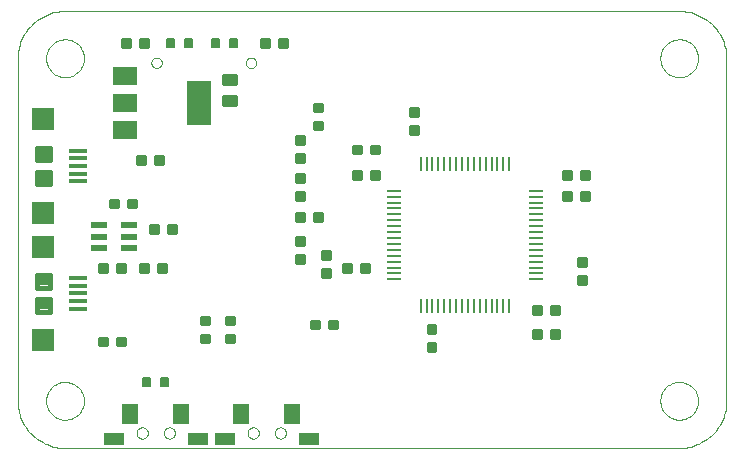
<source format=gtp>
G75*
%MOIN*%
%OFA0B0*%
%FSLAX24Y24*%
%IPPOS*%
%LPD*%
%AMOC8*
5,1,8,0,0,1.08239X$1,22.5*
%
%ADD10C,0.0088*%
%ADD11R,0.0787X0.0591*%
%ADD12R,0.0787X0.1496*%
%ADD13C,0.0100*%
%ADD14R,0.0472X0.0094*%
%ADD15R,0.0094X0.0472*%
%ADD16C,0.0000*%
%ADD17R,0.0520X0.0220*%
%ADD18C,0.0075*%
%ADD19R,0.0598X0.0150*%
%ADD20C,0.0180*%
%ADD21R,0.0748X0.0748*%
%ADD22R,0.0550X0.0700*%
%ADD23R,0.0700X0.0400*%
D10*
X007106Y007097D02*
X007368Y007097D01*
X007368Y006835D01*
X007106Y006835D01*
X007106Y007097D01*
X007106Y006922D02*
X007368Y006922D01*
X007368Y007009D02*
X007106Y007009D01*
X007106Y007096D02*
X007368Y007096D01*
X007706Y007097D02*
X007968Y007097D01*
X007968Y006835D01*
X007706Y006835D01*
X007706Y007097D01*
X007706Y006922D02*
X007968Y006922D01*
X007968Y007009D02*
X007706Y007009D01*
X007706Y007096D02*
X007968Y007096D01*
X010748Y007197D02*
X010748Y006935D01*
X010486Y006935D01*
X010486Y007197D01*
X010748Y007197D01*
X010748Y007022D02*
X010486Y007022D01*
X010486Y007109D02*
X010748Y007109D01*
X010748Y007196D02*
X010486Y007196D01*
X010748Y007535D02*
X010748Y007797D01*
X010748Y007535D02*
X010486Y007535D01*
X010486Y007797D01*
X010748Y007797D01*
X010748Y007622D02*
X010486Y007622D01*
X010486Y007709D02*
X010748Y007709D01*
X010748Y007796D02*
X010486Y007796D01*
X011581Y007797D02*
X011581Y007535D01*
X011319Y007535D01*
X011319Y007797D01*
X011581Y007797D01*
X011581Y007622D02*
X011319Y007622D01*
X011319Y007709D02*
X011581Y007709D01*
X011581Y007796D02*
X011319Y007796D01*
X011581Y007197D02*
X011581Y006935D01*
X011319Y006935D01*
X011319Y007197D01*
X011581Y007197D01*
X011581Y007022D02*
X011319Y007022D01*
X011319Y007109D02*
X011581Y007109D01*
X011581Y007196D02*
X011319Y007196D01*
X014156Y007405D02*
X014418Y007405D01*
X014156Y007405D02*
X014156Y007667D01*
X014418Y007667D01*
X014418Y007405D01*
X014418Y007492D02*
X014156Y007492D01*
X014156Y007579D02*
X014418Y007579D01*
X014418Y007666D02*
X014156Y007666D01*
X014756Y007405D02*
X015018Y007405D01*
X014756Y007405D02*
X014756Y007667D01*
X015018Y007667D01*
X015018Y007405D01*
X015018Y007492D02*
X014756Y007492D01*
X014756Y007579D02*
X015018Y007579D01*
X015018Y007666D02*
X014756Y007666D01*
X014798Y009125D02*
X014798Y009387D01*
X014798Y009125D02*
X014536Y009125D01*
X014536Y009387D01*
X014798Y009387D01*
X014798Y009212D02*
X014536Y009212D01*
X014536Y009299D02*
X014798Y009299D01*
X014798Y009386D02*
X014536Y009386D01*
X014798Y009725D02*
X014798Y009987D01*
X014798Y009725D02*
X014536Y009725D01*
X014536Y009987D01*
X014798Y009987D01*
X014798Y009812D02*
X014536Y009812D01*
X014536Y009899D02*
X014798Y009899D01*
X014798Y009986D02*
X014536Y009986D01*
X013656Y009847D02*
X013656Y009585D01*
X013656Y009847D02*
X013918Y009847D01*
X013918Y009585D01*
X013656Y009585D01*
X013656Y009672D02*
X013918Y009672D01*
X013918Y009759D02*
X013656Y009759D01*
X013656Y009846D02*
X013918Y009846D01*
X013656Y010185D02*
X013656Y010447D01*
X013918Y010447D01*
X013918Y010185D01*
X013656Y010185D01*
X013656Y010272D02*
X013918Y010272D01*
X013918Y010359D02*
X013656Y010359D01*
X013656Y010446D02*
X013918Y010446D01*
X013918Y010985D02*
X013656Y010985D01*
X013656Y011247D01*
X013918Y011247D01*
X013918Y010985D01*
X013918Y011072D02*
X013656Y011072D01*
X013656Y011159D02*
X013918Y011159D01*
X013918Y011246D02*
X013656Y011246D01*
X013918Y011685D02*
X013918Y011947D01*
X013918Y011685D02*
X013656Y011685D01*
X013656Y011947D01*
X013918Y011947D01*
X013918Y011772D02*
X013656Y011772D01*
X013656Y011859D02*
X013918Y011859D01*
X013918Y011946D02*
X013656Y011946D01*
X013918Y012285D02*
X013918Y012547D01*
X013918Y012285D02*
X013656Y012285D01*
X013656Y012547D01*
X013918Y012547D01*
X013918Y012372D02*
X013656Y012372D01*
X013656Y012459D02*
X013918Y012459D01*
X013918Y012546D02*
X013656Y012546D01*
X013918Y012945D02*
X013918Y013207D01*
X013918Y012945D02*
X013656Y012945D01*
X013656Y013207D01*
X013918Y013207D01*
X013918Y013032D02*
X013656Y013032D01*
X013656Y013119D02*
X013918Y013119D01*
X013918Y013206D02*
X013656Y013206D01*
X013918Y013545D02*
X013918Y013807D01*
X013918Y013545D02*
X013656Y013545D01*
X013656Y013807D01*
X013918Y013807D01*
X013918Y013632D02*
X013656Y013632D01*
X013656Y013719D02*
X013918Y013719D01*
X013918Y013806D02*
X013656Y013806D01*
X014518Y014035D02*
X014518Y014297D01*
X014518Y014035D02*
X014256Y014035D01*
X014256Y014297D01*
X014518Y014297D01*
X014518Y014122D02*
X014256Y014122D01*
X014256Y014209D02*
X014518Y014209D01*
X014518Y014296D02*
X014256Y014296D01*
X014518Y014635D02*
X014518Y014897D01*
X014518Y014635D02*
X014256Y014635D01*
X014256Y014897D01*
X014518Y014897D01*
X014518Y014722D02*
X014256Y014722D01*
X014256Y014809D02*
X014518Y014809D01*
X014518Y014896D02*
X014256Y014896D01*
X015556Y013497D02*
X015818Y013497D01*
X015818Y013235D01*
X015556Y013235D01*
X015556Y013497D01*
X015556Y013322D02*
X015818Y013322D01*
X015818Y013409D02*
X015556Y013409D01*
X015556Y013496D02*
X015818Y013496D01*
X016156Y013497D02*
X016418Y013497D01*
X016418Y013235D01*
X016156Y013235D01*
X016156Y013497D01*
X016156Y013322D02*
X016418Y013322D01*
X016418Y013409D02*
X016156Y013409D01*
X016156Y013496D02*
X016418Y013496D01*
X017718Y013885D02*
X017718Y014147D01*
X017718Y013885D02*
X017456Y013885D01*
X017456Y014147D01*
X017718Y014147D01*
X017718Y013972D02*
X017456Y013972D01*
X017456Y014059D02*
X017718Y014059D01*
X017718Y014146D02*
X017456Y014146D01*
X017718Y014485D02*
X017718Y014747D01*
X017718Y014485D02*
X017456Y014485D01*
X017456Y014747D01*
X017718Y014747D01*
X017718Y014572D02*
X017456Y014572D01*
X017456Y014659D02*
X017718Y014659D01*
X017718Y014746D02*
X017456Y014746D01*
X016418Y012647D02*
X016156Y012647D01*
X016418Y012647D02*
X016418Y012385D01*
X016156Y012385D01*
X016156Y012647D01*
X016156Y012472D02*
X016418Y012472D01*
X016418Y012559D02*
X016156Y012559D01*
X016156Y012646D02*
X016418Y012646D01*
X015818Y012647D02*
X015556Y012647D01*
X015818Y012647D02*
X015818Y012385D01*
X015556Y012385D01*
X015556Y012647D01*
X015556Y012472D02*
X015818Y012472D01*
X015818Y012559D02*
X015556Y012559D01*
X015556Y012646D02*
X015818Y012646D01*
X014518Y010985D02*
X014256Y010985D01*
X014256Y011247D01*
X014518Y011247D01*
X014518Y010985D01*
X014518Y011072D02*
X014256Y011072D01*
X014256Y011159D02*
X014518Y011159D01*
X014518Y011246D02*
X014256Y011246D01*
X015226Y009557D02*
X015488Y009557D01*
X015488Y009295D01*
X015226Y009295D01*
X015226Y009557D01*
X015226Y009382D02*
X015488Y009382D01*
X015488Y009469D02*
X015226Y009469D01*
X015226Y009556D02*
X015488Y009556D01*
X015826Y009557D02*
X016088Y009557D01*
X016088Y009295D01*
X015826Y009295D01*
X015826Y009557D01*
X015826Y009382D02*
X016088Y009382D01*
X016088Y009469D02*
X015826Y009469D01*
X015826Y009556D02*
X016088Y009556D01*
X018046Y007507D02*
X018046Y007245D01*
X018046Y007507D02*
X018308Y007507D01*
X018308Y007245D01*
X018046Y007245D01*
X018046Y007332D02*
X018308Y007332D01*
X018308Y007419D02*
X018046Y007419D01*
X018046Y007506D02*
X018308Y007506D01*
X018046Y006907D02*
X018046Y006645D01*
X018046Y006907D02*
X018308Y006907D01*
X018308Y006645D01*
X018046Y006645D01*
X018046Y006732D02*
X018308Y006732D01*
X018308Y006819D02*
X018046Y006819D01*
X018046Y006906D02*
X018308Y006906D01*
X021556Y007347D02*
X021818Y007347D01*
X021818Y007085D01*
X021556Y007085D01*
X021556Y007347D01*
X021556Y007172D02*
X021818Y007172D01*
X021818Y007259D02*
X021556Y007259D01*
X021556Y007346D02*
X021818Y007346D01*
X022156Y007347D02*
X022418Y007347D01*
X022418Y007085D01*
X022156Y007085D01*
X022156Y007347D01*
X022156Y007172D02*
X022418Y007172D01*
X022418Y007259D02*
X022156Y007259D01*
X022156Y007346D02*
X022418Y007346D01*
X022418Y008147D02*
X022156Y008147D01*
X022418Y008147D02*
X022418Y007885D01*
X022156Y007885D01*
X022156Y008147D01*
X022156Y007972D02*
X022418Y007972D01*
X022418Y008059D02*
X022156Y008059D01*
X022156Y008146D02*
X022418Y008146D01*
X021818Y008147D02*
X021556Y008147D01*
X021818Y008147D02*
X021818Y007885D01*
X021556Y007885D01*
X021556Y008147D01*
X021556Y007972D02*
X021818Y007972D01*
X021818Y008059D02*
X021556Y008059D01*
X021556Y008146D02*
X021818Y008146D01*
X023318Y008885D02*
X023318Y009147D01*
X023318Y008885D02*
X023056Y008885D01*
X023056Y009147D01*
X023318Y009147D01*
X023318Y008972D02*
X023056Y008972D01*
X023056Y009059D02*
X023318Y009059D01*
X023318Y009146D02*
X023056Y009146D01*
X023318Y009485D02*
X023318Y009747D01*
X023318Y009485D02*
X023056Y009485D01*
X023056Y009747D01*
X023318Y009747D01*
X023318Y009572D02*
X023056Y009572D01*
X023056Y009659D02*
X023318Y009659D01*
X023318Y009746D02*
X023056Y009746D01*
X023156Y011685D02*
X023418Y011685D01*
X023156Y011685D02*
X023156Y011947D01*
X023418Y011947D01*
X023418Y011685D01*
X023418Y011772D02*
X023156Y011772D01*
X023156Y011859D02*
X023418Y011859D01*
X023418Y011946D02*
X023156Y011946D01*
X022818Y011685D02*
X022556Y011685D01*
X022556Y011947D01*
X022818Y011947D01*
X022818Y011685D01*
X022818Y011772D02*
X022556Y011772D01*
X022556Y011859D02*
X022818Y011859D01*
X022818Y011946D02*
X022556Y011946D01*
X022556Y012385D02*
X022818Y012385D01*
X022556Y012385D02*
X022556Y012647D01*
X022818Y012647D01*
X022818Y012385D01*
X022818Y012472D02*
X022556Y012472D01*
X022556Y012559D02*
X022818Y012559D01*
X022818Y012646D02*
X022556Y012646D01*
X023156Y012385D02*
X023418Y012385D01*
X023156Y012385D02*
X023156Y012647D01*
X023418Y012647D01*
X023418Y012385D01*
X023418Y012472D02*
X023156Y012472D01*
X023156Y012559D02*
X023418Y012559D01*
X023418Y012646D02*
X023156Y012646D01*
X013368Y016785D02*
X013106Y016785D01*
X013106Y017047D01*
X013368Y017047D01*
X013368Y016785D01*
X013368Y016872D02*
X013106Y016872D01*
X013106Y016959D02*
X013368Y016959D01*
X013368Y017046D02*
X013106Y017046D01*
X012768Y016785D02*
X012506Y016785D01*
X012506Y017047D01*
X012768Y017047D01*
X012768Y016785D01*
X012768Y016872D02*
X012506Y016872D01*
X012506Y016959D02*
X012768Y016959D01*
X012768Y017046D02*
X012506Y017046D01*
X008718Y016785D02*
X008456Y016785D01*
X008456Y017047D01*
X008718Y017047D01*
X008718Y016785D01*
X008718Y016872D02*
X008456Y016872D01*
X008456Y016959D02*
X008718Y016959D01*
X008718Y017046D02*
X008456Y017046D01*
X008118Y016785D02*
X007856Y016785D01*
X007856Y017047D01*
X008118Y017047D01*
X008118Y016785D01*
X008118Y016872D02*
X007856Y016872D01*
X007856Y016959D02*
X008118Y016959D01*
X008118Y017046D02*
X007856Y017046D01*
X008356Y012885D02*
X008618Y012885D01*
X008356Y012885D02*
X008356Y013147D01*
X008618Y013147D01*
X008618Y012885D01*
X008618Y012972D02*
X008356Y012972D01*
X008356Y013059D02*
X008618Y013059D01*
X008618Y013146D02*
X008356Y013146D01*
X008956Y012885D02*
X009218Y012885D01*
X008956Y012885D02*
X008956Y013147D01*
X009218Y013147D01*
X009218Y012885D01*
X009218Y012972D02*
X008956Y012972D01*
X008956Y013059D02*
X009218Y013059D01*
X009218Y013146D02*
X008956Y013146D01*
X008318Y011435D02*
X008056Y011435D01*
X008056Y011697D01*
X008318Y011697D01*
X008318Y011435D01*
X008318Y011522D02*
X008056Y011522D01*
X008056Y011609D02*
X008318Y011609D01*
X008318Y011696D02*
X008056Y011696D01*
X007718Y011435D02*
X007456Y011435D01*
X007456Y011697D01*
X007718Y011697D01*
X007718Y011435D01*
X007718Y011522D02*
X007456Y011522D01*
X007456Y011609D02*
X007718Y011609D01*
X007718Y011696D02*
X007456Y011696D01*
X008806Y010585D02*
X009068Y010585D01*
X008806Y010585D02*
X008806Y010847D01*
X009068Y010847D01*
X009068Y010585D01*
X009068Y010672D02*
X008806Y010672D01*
X008806Y010759D02*
X009068Y010759D01*
X009068Y010846D02*
X008806Y010846D01*
X009406Y010585D02*
X009668Y010585D01*
X009406Y010585D02*
X009406Y010847D01*
X009668Y010847D01*
X009668Y010585D01*
X009668Y010672D02*
X009406Y010672D01*
X009406Y010759D02*
X009668Y010759D01*
X009668Y010846D02*
X009406Y010846D01*
X009318Y009285D02*
X009056Y009285D01*
X009056Y009547D01*
X009318Y009547D01*
X009318Y009285D01*
X009318Y009372D02*
X009056Y009372D01*
X009056Y009459D02*
X009318Y009459D01*
X009318Y009546D02*
X009056Y009546D01*
X008718Y009285D02*
X008456Y009285D01*
X008456Y009547D01*
X008718Y009547D01*
X008718Y009285D01*
X008718Y009372D02*
X008456Y009372D01*
X008456Y009459D02*
X008718Y009459D01*
X008718Y009546D02*
X008456Y009546D01*
X007968Y009285D02*
X007706Y009285D01*
X007706Y009547D01*
X007968Y009547D01*
X007968Y009285D01*
X007968Y009372D02*
X007706Y009372D01*
X007706Y009459D02*
X007968Y009459D01*
X007968Y009546D02*
X007706Y009546D01*
X007368Y009285D02*
X007106Y009285D01*
X007106Y009547D01*
X007368Y009547D01*
X007368Y009285D01*
X007368Y009372D02*
X007106Y009372D01*
X007106Y009459D02*
X007368Y009459D01*
X007368Y009546D02*
X007106Y009546D01*
D11*
X007946Y014010D03*
X007946Y014916D03*
X007946Y015821D03*
D12*
X010427Y014916D03*
D13*
X011212Y014866D02*
X011212Y015166D01*
X011662Y015166D01*
X011662Y014866D01*
X011212Y014866D01*
X011212Y014965D02*
X011662Y014965D01*
X011662Y015064D02*
X011212Y015064D01*
X011212Y015163D02*
X011662Y015163D01*
X011212Y015566D02*
X011212Y015866D01*
X011662Y015866D01*
X011662Y015566D01*
X011212Y015566D01*
X011212Y015665D02*
X011662Y015665D01*
X011662Y015764D02*
X011212Y015764D01*
X011212Y015863D02*
X011662Y015863D01*
D14*
X016932Y011992D03*
X016932Y011795D03*
X016932Y011598D03*
X016932Y011401D03*
X016932Y011205D03*
X016932Y011008D03*
X016932Y010811D03*
X016932Y010614D03*
X016932Y010417D03*
X016932Y010220D03*
X016932Y010023D03*
X016932Y009827D03*
X016932Y009630D03*
X016932Y009433D03*
X016932Y009236D03*
X016932Y009039D03*
X021656Y009039D03*
X021656Y009236D03*
X021656Y009433D03*
X021656Y009630D03*
X021656Y009827D03*
X021656Y010023D03*
X021656Y010220D03*
X021656Y010417D03*
X021656Y010614D03*
X021656Y010811D03*
X021656Y011008D03*
X021656Y011205D03*
X021656Y011401D03*
X021656Y011598D03*
X021656Y011795D03*
X021656Y011992D03*
D15*
X020770Y012878D03*
X020574Y012878D03*
X020377Y012878D03*
X020180Y012878D03*
X019983Y012878D03*
X019786Y012878D03*
X019589Y012878D03*
X019392Y012878D03*
X019196Y012878D03*
X018999Y012878D03*
X018802Y012878D03*
X018605Y012878D03*
X018408Y012878D03*
X018211Y012878D03*
X018014Y012878D03*
X017818Y012878D03*
X017818Y008153D03*
X018014Y008153D03*
X018211Y008153D03*
X018408Y008153D03*
X018605Y008153D03*
X018802Y008153D03*
X018999Y008153D03*
X019196Y008153D03*
X019392Y008153D03*
X019589Y008153D03*
X019786Y008153D03*
X019983Y008153D03*
X020180Y008153D03*
X020377Y008153D03*
X020574Y008153D03*
X020770Y008153D03*
D16*
X026434Y003416D02*
X005961Y003416D01*
X005331Y004990D02*
X005333Y005040D01*
X005339Y005090D01*
X005349Y005139D01*
X005363Y005187D01*
X005380Y005234D01*
X005401Y005279D01*
X005426Y005323D01*
X005454Y005364D01*
X005486Y005403D01*
X005520Y005440D01*
X005557Y005474D01*
X005597Y005504D01*
X005639Y005531D01*
X005683Y005555D01*
X005729Y005576D01*
X005776Y005592D01*
X005824Y005605D01*
X005874Y005614D01*
X005923Y005619D01*
X005974Y005620D01*
X006024Y005617D01*
X006073Y005610D01*
X006122Y005599D01*
X006170Y005584D01*
X006216Y005566D01*
X006261Y005544D01*
X006304Y005518D01*
X006345Y005489D01*
X006384Y005457D01*
X006420Y005422D01*
X006452Y005384D01*
X006482Y005344D01*
X006509Y005301D01*
X006532Y005257D01*
X006551Y005211D01*
X006567Y005163D01*
X006579Y005114D01*
X006587Y005065D01*
X006591Y005015D01*
X006591Y004965D01*
X006587Y004915D01*
X006579Y004866D01*
X006567Y004817D01*
X006551Y004769D01*
X006532Y004723D01*
X006509Y004679D01*
X006482Y004636D01*
X006452Y004596D01*
X006420Y004558D01*
X006384Y004523D01*
X006345Y004491D01*
X006304Y004462D01*
X006261Y004436D01*
X006216Y004414D01*
X006170Y004396D01*
X006122Y004381D01*
X006073Y004370D01*
X006024Y004363D01*
X005974Y004360D01*
X005923Y004361D01*
X005874Y004366D01*
X005824Y004375D01*
X005776Y004388D01*
X005729Y004404D01*
X005683Y004425D01*
X005639Y004449D01*
X005597Y004476D01*
X005557Y004506D01*
X005520Y004540D01*
X005486Y004577D01*
X005454Y004616D01*
X005426Y004657D01*
X005401Y004701D01*
X005380Y004746D01*
X005363Y004793D01*
X005349Y004841D01*
X005339Y004890D01*
X005333Y004940D01*
X005331Y004990D01*
X004386Y004990D02*
X004388Y004913D01*
X004394Y004836D01*
X004403Y004759D01*
X004416Y004683D01*
X004433Y004607D01*
X004454Y004533D01*
X004478Y004459D01*
X004506Y004387D01*
X004537Y004317D01*
X004572Y004248D01*
X004610Y004180D01*
X004651Y004115D01*
X004696Y004052D01*
X004744Y003991D01*
X004794Y003932D01*
X004847Y003876D01*
X004903Y003823D01*
X004962Y003773D01*
X005023Y003725D01*
X005086Y003680D01*
X005151Y003639D01*
X005219Y003601D01*
X005288Y003566D01*
X005358Y003535D01*
X005430Y003507D01*
X005504Y003483D01*
X005578Y003462D01*
X005654Y003445D01*
X005730Y003432D01*
X005807Y003423D01*
X005884Y003417D01*
X005961Y003415D01*
X005884Y003417D01*
X005807Y003423D01*
X005730Y003432D01*
X005654Y003445D01*
X005578Y003462D01*
X005504Y003483D01*
X005430Y003507D01*
X005358Y003535D01*
X005288Y003566D01*
X005219Y003601D01*
X005151Y003639D01*
X005086Y003680D01*
X005023Y003725D01*
X004962Y003773D01*
X004903Y003823D01*
X004847Y003876D01*
X004794Y003932D01*
X004744Y003991D01*
X004696Y004052D01*
X004651Y004115D01*
X004610Y004180D01*
X004572Y004248D01*
X004537Y004317D01*
X004506Y004387D01*
X004478Y004459D01*
X004454Y004533D01*
X004433Y004607D01*
X004416Y004683D01*
X004403Y004759D01*
X004394Y004836D01*
X004388Y004913D01*
X004386Y004990D01*
X004387Y004990D02*
X004387Y016408D01*
X005331Y016408D02*
X005333Y016458D01*
X005339Y016508D01*
X005349Y016557D01*
X005363Y016605D01*
X005380Y016652D01*
X005401Y016697D01*
X005426Y016741D01*
X005454Y016782D01*
X005486Y016821D01*
X005520Y016858D01*
X005557Y016892D01*
X005597Y016922D01*
X005639Y016949D01*
X005683Y016973D01*
X005729Y016994D01*
X005776Y017010D01*
X005824Y017023D01*
X005874Y017032D01*
X005923Y017037D01*
X005974Y017038D01*
X006024Y017035D01*
X006073Y017028D01*
X006122Y017017D01*
X006170Y017002D01*
X006216Y016984D01*
X006261Y016962D01*
X006304Y016936D01*
X006345Y016907D01*
X006384Y016875D01*
X006420Y016840D01*
X006452Y016802D01*
X006482Y016762D01*
X006509Y016719D01*
X006532Y016675D01*
X006551Y016629D01*
X006567Y016581D01*
X006579Y016532D01*
X006587Y016483D01*
X006591Y016433D01*
X006591Y016383D01*
X006587Y016333D01*
X006579Y016284D01*
X006567Y016235D01*
X006551Y016187D01*
X006532Y016141D01*
X006509Y016097D01*
X006482Y016054D01*
X006452Y016014D01*
X006420Y015976D01*
X006384Y015941D01*
X006345Y015909D01*
X006304Y015880D01*
X006261Y015854D01*
X006216Y015832D01*
X006170Y015814D01*
X006122Y015799D01*
X006073Y015788D01*
X006024Y015781D01*
X005974Y015778D01*
X005923Y015779D01*
X005874Y015784D01*
X005824Y015793D01*
X005776Y015806D01*
X005729Y015822D01*
X005683Y015843D01*
X005639Y015867D01*
X005597Y015894D01*
X005557Y015924D01*
X005520Y015958D01*
X005486Y015995D01*
X005454Y016034D01*
X005426Y016075D01*
X005401Y016119D01*
X005380Y016164D01*
X005363Y016211D01*
X005349Y016259D01*
X005339Y016308D01*
X005333Y016358D01*
X005331Y016408D01*
X004386Y016408D02*
X004388Y016485D01*
X004394Y016562D01*
X004403Y016639D01*
X004416Y016715D01*
X004433Y016791D01*
X004454Y016865D01*
X004478Y016939D01*
X004506Y017011D01*
X004537Y017081D01*
X004572Y017150D01*
X004610Y017218D01*
X004651Y017283D01*
X004696Y017346D01*
X004744Y017407D01*
X004794Y017466D01*
X004847Y017522D01*
X004903Y017575D01*
X004962Y017625D01*
X005023Y017673D01*
X005086Y017718D01*
X005151Y017759D01*
X005219Y017797D01*
X005288Y017832D01*
X005358Y017863D01*
X005430Y017891D01*
X005504Y017915D01*
X005578Y017936D01*
X005654Y017953D01*
X005730Y017966D01*
X005807Y017975D01*
X005884Y017981D01*
X005961Y017983D01*
X026434Y017983D01*
X025804Y016408D02*
X025806Y016458D01*
X025812Y016508D01*
X025822Y016557D01*
X025836Y016605D01*
X025853Y016652D01*
X025874Y016697D01*
X025899Y016741D01*
X025927Y016782D01*
X025959Y016821D01*
X025993Y016858D01*
X026030Y016892D01*
X026070Y016922D01*
X026112Y016949D01*
X026156Y016973D01*
X026202Y016994D01*
X026249Y017010D01*
X026297Y017023D01*
X026347Y017032D01*
X026396Y017037D01*
X026447Y017038D01*
X026497Y017035D01*
X026546Y017028D01*
X026595Y017017D01*
X026643Y017002D01*
X026689Y016984D01*
X026734Y016962D01*
X026777Y016936D01*
X026818Y016907D01*
X026857Y016875D01*
X026893Y016840D01*
X026925Y016802D01*
X026955Y016762D01*
X026982Y016719D01*
X027005Y016675D01*
X027024Y016629D01*
X027040Y016581D01*
X027052Y016532D01*
X027060Y016483D01*
X027064Y016433D01*
X027064Y016383D01*
X027060Y016333D01*
X027052Y016284D01*
X027040Y016235D01*
X027024Y016187D01*
X027005Y016141D01*
X026982Y016097D01*
X026955Y016054D01*
X026925Y016014D01*
X026893Y015976D01*
X026857Y015941D01*
X026818Y015909D01*
X026777Y015880D01*
X026734Y015854D01*
X026689Y015832D01*
X026643Y015814D01*
X026595Y015799D01*
X026546Y015788D01*
X026497Y015781D01*
X026447Y015778D01*
X026396Y015779D01*
X026347Y015784D01*
X026297Y015793D01*
X026249Y015806D01*
X026202Y015822D01*
X026156Y015843D01*
X026112Y015867D01*
X026070Y015894D01*
X026030Y015924D01*
X025993Y015958D01*
X025959Y015995D01*
X025927Y016034D01*
X025899Y016075D01*
X025874Y016119D01*
X025853Y016164D01*
X025836Y016211D01*
X025822Y016259D01*
X025812Y016308D01*
X025806Y016358D01*
X025804Y016408D01*
X026434Y017983D02*
X026511Y017981D01*
X026588Y017975D01*
X026665Y017966D01*
X026741Y017953D01*
X026817Y017936D01*
X026891Y017915D01*
X026965Y017891D01*
X027037Y017863D01*
X027107Y017832D01*
X027176Y017797D01*
X027244Y017759D01*
X027309Y017718D01*
X027372Y017673D01*
X027433Y017625D01*
X027492Y017575D01*
X027548Y017522D01*
X027601Y017466D01*
X027651Y017407D01*
X027699Y017346D01*
X027744Y017283D01*
X027785Y017218D01*
X027823Y017150D01*
X027858Y017081D01*
X027889Y017011D01*
X027917Y016939D01*
X027941Y016865D01*
X027962Y016791D01*
X027979Y016715D01*
X027992Y016639D01*
X028001Y016562D01*
X028007Y016485D01*
X028009Y016408D01*
X028009Y004990D01*
X025804Y004990D02*
X025806Y005040D01*
X025812Y005090D01*
X025822Y005139D01*
X025836Y005187D01*
X025853Y005234D01*
X025874Y005279D01*
X025899Y005323D01*
X025927Y005364D01*
X025959Y005403D01*
X025993Y005440D01*
X026030Y005474D01*
X026070Y005504D01*
X026112Y005531D01*
X026156Y005555D01*
X026202Y005576D01*
X026249Y005592D01*
X026297Y005605D01*
X026347Y005614D01*
X026396Y005619D01*
X026447Y005620D01*
X026497Y005617D01*
X026546Y005610D01*
X026595Y005599D01*
X026643Y005584D01*
X026689Y005566D01*
X026734Y005544D01*
X026777Y005518D01*
X026818Y005489D01*
X026857Y005457D01*
X026893Y005422D01*
X026925Y005384D01*
X026955Y005344D01*
X026982Y005301D01*
X027005Y005257D01*
X027024Y005211D01*
X027040Y005163D01*
X027052Y005114D01*
X027060Y005065D01*
X027064Y005015D01*
X027064Y004965D01*
X027060Y004915D01*
X027052Y004866D01*
X027040Y004817D01*
X027024Y004769D01*
X027005Y004723D01*
X026982Y004679D01*
X026955Y004636D01*
X026925Y004596D01*
X026893Y004558D01*
X026857Y004523D01*
X026818Y004491D01*
X026777Y004462D01*
X026734Y004436D01*
X026689Y004414D01*
X026643Y004396D01*
X026595Y004381D01*
X026546Y004370D01*
X026497Y004363D01*
X026447Y004360D01*
X026396Y004361D01*
X026347Y004366D01*
X026297Y004375D01*
X026249Y004388D01*
X026202Y004404D01*
X026156Y004425D01*
X026112Y004449D01*
X026070Y004476D01*
X026030Y004506D01*
X025993Y004540D01*
X025959Y004577D01*
X025927Y004616D01*
X025899Y004657D01*
X025874Y004701D01*
X025853Y004746D01*
X025836Y004793D01*
X025822Y004841D01*
X025812Y004890D01*
X025806Y004940D01*
X025804Y004990D01*
X026434Y003415D02*
X026511Y003417D01*
X026588Y003423D01*
X026665Y003432D01*
X026741Y003445D01*
X026817Y003462D01*
X026891Y003483D01*
X026965Y003507D01*
X027037Y003535D01*
X027107Y003566D01*
X027176Y003601D01*
X027244Y003639D01*
X027309Y003680D01*
X027372Y003725D01*
X027433Y003773D01*
X027492Y003823D01*
X027548Y003876D01*
X027601Y003932D01*
X027651Y003991D01*
X027699Y004052D01*
X027744Y004115D01*
X027785Y004180D01*
X027823Y004248D01*
X027858Y004317D01*
X027889Y004387D01*
X027917Y004459D01*
X027941Y004533D01*
X027962Y004607D01*
X027979Y004683D01*
X027992Y004759D01*
X028001Y004836D01*
X028007Y004913D01*
X028009Y004990D01*
X028007Y004913D01*
X028001Y004836D01*
X027992Y004759D01*
X027979Y004683D01*
X027962Y004607D01*
X027941Y004533D01*
X027917Y004459D01*
X027889Y004387D01*
X027858Y004317D01*
X027823Y004248D01*
X027785Y004180D01*
X027744Y004115D01*
X027699Y004052D01*
X027651Y003991D01*
X027601Y003932D01*
X027548Y003876D01*
X027492Y003823D01*
X027433Y003773D01*
X027372Y003725D01*
X027309Y003680D01*
X027244Y003639D01*
X027176Y003601D01*
X027107Y003566D01*
X027037Y003535D01*
X026965Y003507D01*
X026891Y003483D01*
X026817Y003462D01*
X026741Y003445D01*
X026665Y003432D01*
X026588Y003423D01*
X026511Y003417D01*
X026434Y003415D01*
X012952Y003916D02*
X012954Y003943D01*
X012960Y003969D01*
X012969Y003994D01*
X012982Y004017D01*
X012998Y004038D01*
X013017Y004057D01*
X013038Y004073D01*
X013061Y004086D01*
X013086Y004095D01*
X013112Y004101D01*
X013139Y004103D01*
X013166Y004101D01*
X013192Y004095D01*
X013217Y004086D01*
X013240Y004073D01*
X013261Y004057D01*
X013280Y004038D01*
X013296Y004017D01*
X013309Y003994D01*
X013318Y003969D01*
X013324Y003943D01*
X013326Y003916D01*
X013324Y003889D01*
X013318Y003863D01*
X013309Y003838D01*
X013296Y003815D01*
X013280Y003794D01*
X013261Y003775D01*
X013240Y003759D01*
X013217Y003746D01*
X013192Y003737D01*
X013166Y003731D01*
X013139Y003729D01*
X013112Y003731D01*
X013086Y003737D01*
X013061Y003746D01*
X013038Y003759D01*
X013017Y003775D01*
X012998Y003794D01*
X012982Y003815D01*
X012969Y003838D01*
X012960Y003863D01*
X012954Y003889D01*
X012952Y003916D01*
X012047Y003916D02*
X012049Y003943D01*
X012055Y003969D01*
X012064Y003994D01*
X012077Y004017D01*
X012093Y004038D01*
X012112Y004057D01*
X012133Y004073D01*
X012156Y004086D01*
X012181Y004095D01*
X012207Y004101D01*
X012234Y004103D01*
X012261Y004101D01*
X012287Y004095D01*
X012312Y004086D01*
X012335Y004073D01*
X012356Y004057D01*
X012375Y004038D01*
X012391Y004017D01*
X012404Y003994D01*
X012413Y003969D01*
X012419Y003943D01*
X012421Y003916D01*
X012419Y003889D01*
X012413Y003863D01*
X012404Y003838D01*
X012391Y003815D01*
X012375Y003794D01*
X012356Y003775D01*
X012335Y003759D01*
X012312Y003746D01*
X012287Y003737D01*
X012261Y003731D01*
X012234Y003729D01*
X012207Y003731D01*
X012181Y003737D01*
X012156Y003746D01*
X012133Y003759D01*
X012112Y003775D01*
X012093Y003794D01*
X012077Y003815D01*
X012064Y003838D01*
X012055Y003863D01*
X012049Y003889D01*
X012047Y003916D01*
X009252Y003916D02*
X009254Y003943D01*
X009260Y003969D01*
X009269Y003994D01*
X009282Y004017D01*
X009298Y004038D01*
X009317Y004057D01*
X009338Y004073D01*
X009361Y004086D01*
X009386Y004095D01*
X009412Y004101D01*
X009439Y004103D01*
X009466Y004101D01*
X009492Y004095D01*
X009517Y004086D01*
X009540Y004073D01*
X009561Y004057D01*
X009580Y004038D01*
X009596Y004017D01*
X009609Y003994D01*
X009618Y003969D01*
X009624Y003943D01*
X009626Y003916D01*
X009624Y003889D01*
X009618Y003863D01*
X009609Y003838D01*
X009596Y003815D01*
X009580Y003794D01*
X009561Y003775D01*
X009540Y003759D01*
X009517Y003746D01*
X009492Y003737D01*
X009466Y003731D01*
X009439Y003729D01*
X009412Y003731D01*
X009386Y003737D01*
X009361Y003746D01*
X009338Y003759D01*
X009317Y003775D01*
X009298Y003794D01*
X009282Y003815D01*
X009269Y003838D01*
X009260Y003863D01*
X009254Y003889D01*
X009252Y003916D01*
X008347Y003916D02*
X008349Y003943D01*
X008355Y003969D01*
X008364Y003994D01*
X008377Y004017D01*
X008393Y004038D01*
X008412Y004057D01*
X008433Y004073D01*
X008456Y004086D01*
X008481Y004095D01*
X008507Y004101D01*
X008534Y004103D01*
X008561Y004101D01*
X008587Y004095D01*
X008612Y004086D01*
X008635Y004073D01*
X008656Y004057D01*
X008675Y004038D01*
X008691Y004017D01*
X008704Y003994D01*
X008713Y003969D01*
X008719Y003943D01*
X008721Y003916D01*
X008719Y003889D01*
X008713Y003863D01*
X008704Y003838D01*
X008691Y003815D01*
X008675Y003794D01*
X008656Y003775D01*
X008635Y003759D01*
X008612Y003746D01*
X008587Y003737D01*
X008561Y003731D01*
X008534Y003729D01*
X008507Y003731D01*
X008481Y003737D01*
X008456Y003746D01*
X008433Y003759D01*
X008412Y003775D01*
X008393Y003794D01*
X008377Y003815D01*
X008364Y003838D01*
X008355Y003863D01*
X008349Y003889D01*
X008347Y003916D01*
X008838Y016253D02*
X008840Y016279D01*
X008846Y016305D01*
X008855Y016329D01*
X008868Y016352D01*
X008885Y016372D01*
X008904Y016390D01*
X008926Y016405D01*
X008949Y016416D01*
X008974Y016424D01*
X009000Y016428D01*
X009026Y016428D01*
X009052Y016424D01*
X009077Y016416D01*
X009101Y016405D01*
X009122Y016390D01*
X009141Y016372D01*
X009158Y016352D01*
X009171Y016329D01*
X009180Y016305D01*
X009186Y016279D01*
X009188Y016253D01*
X009186Y016227D01*
X009180Y016201D01*
X009171Y016177D01*
X009158Y016154D01*
X009141Y016134D01*
X009122Y016116D01*
X009100Y016101D01*
X009077Y016090D01*
X009052Y016082D01*
X009026Y016078D01*
X009000Y016078D01*
X008974Y016082D01*
X008949Y016090D01*
X008925Y016101D01*
X008904Y016116D01*
X008885Y016134D01*
X008868Y016154D01*
X008855Y016177D01*
X008846Y016201D01*
X008840Y016227D01*
X008838Y016253D01*
X005961Y017983D02*
X005884Y017981D01*
X005807Y017975D01*
X005730Y017966D01*
X005654Y017953D01*
X005578Y017936D01*
X005504Y017915D01*
X005430Y017891D01*
X005358Y017863D01*
X005288Y017832D01*
X005219Y017797D01*
X005151Y017759D01*
X005086Y017718D01*
X005023Y017673D01*
X004962Y017625D01*
X004903Y017575D01*
X004847Y017522D01*
X004794Y017466D01*
X004744Y017407D01*
X004696Y017346D01*
X004651Y017283D01*
X004610Y017218D01*
X004572Y017150D01*
X004537Y017081D01*
X004506Y017011D01*
X004478Y016939D01*
X004454Y016865D01*
X004433Y016791D01*
X004416Y016715D01*
X004403Y016639D01*
X004394Y016562D01*
X004388Y016485D01*
X004386Y016408D01*
X011988Y016253D02*
X011990Y016279D01*
X011996Y016305D01*
X012005Y016329D01*
X012018Y016352D01*
X012035Y016372D01*
X012054Y016390D01*
X012076Y016405D01*
X012099Y016416D01*
X012124Y016424D01*
X012150Y016428D01*
X012176Y016428D01*
X012202Y016424D01*
X012227Y016416D01*
X012251Y016405D01*
X012272Y016390D01*
X012291Y016372D01*
X012308Y016352D01*
X012321Y016329D01*
X012330Y016305D01*
X012336Y016279D01*
X012338Y016253D01*
X012336Y016227D01*
X012330Y016201D01*
X012321Y016177D01*
X012308Y016154D01*
X012291Y016134D01*
X012272Y016116D01*
X012250Y016101D01*
X012227Y016090D01*
X012202Y016082D01*
X012176Y016078D01*
X012150Y016078D01*
X012124Y016082D01*
X012099Y016090D01*
X012075Y016101D01*
X012054Y016116D01*
X012035Y016134D01*
X012018Y016154D01*
X012005Y016177D01*
X011996Y016201D01*
X011990Y016227D01*
X011988Y016253D01*
X026434Y017983D02*
X026511Y017981D01*
X026588Y017975D01*
X026665Y017966D01*
X026741Y017953D01*
X026817Y017936D01*
X026891Y017915D01*
X026965Y017891D01*
X027037Y017863D01*
X027107Y017832D01*
X027176Y017797D01*
X027244Y017759D01*
X027309Y017718D01*
X027372Y017673D01*
X027433Y017625D01*
X027492Y017575D01*
X027548Y017522D01*
X027601Y017466D01*
X027651Y017407D01*
X027699Y017346D01*
X027744Y017283D01*
X027785Y017218D01*
X027823Y017150D01*
X027858Y017081D01*
X027889Y017011D01*
X027917Y016939D01*
X027941Y016865D01*
X027962Y016791D01*
X027979Y016715D01*
X027992Y016639D01*
X028001Y016562D01*
X028007Y016485D01*
X028009Y016408D01*
D17*
X008087Y010836D03*
X008087Y010466D03*
X008087Y010096D03*
X007087Y010096D03*
X007087Y010466D03*
X007087Y010836D03*
D18*
X008574Y005754D02*
X008800Y005754D01*
X008800Y005478D01*
X008574Y005478D01*
X008574Y005754D01*
X008574Y005552D02*
X008800Y005552D01*
X008800Y005626D02*
X008574Y005626D01*
X008574Y005700D02*
X008800Y005700D01*
X009174Y005754D02*
X009400Y005754D01*
X009400Y005478D01*
X009174Y005478D01*
X009174Y005754D01*
X009174Y005552D02*
X009400Y005552D01*
X009400Y005626D02*
X009174Y005626D01*
X009174Y005700D02*
X009400Y005700D01*
X009374Y016778D02*
X009600Y016778D01*
X009374Y016778D02*
X009374Y017054D01*
X009600Y017054D01*
X009600Y016778D01*
X009600Y016852D02*
X009374Y016852D01*
X009374Y016926D02*
X009600Y016926D01*
X009600Y017000D02*
X009374Y017000D01*
X009974Y016778D02*
X010200Y016778D01*
X009974Y016778D02*
X009974Y017054D01*
X010200Y017054D01*
X010200Y016778D01*
X010200Y016852D02*
X009974Y016852D01*
X009974Y016926D02*
X010200Y016926D01*
X010200Y017000D02*
X009974Y017000D01*
X010874Y016778D02*
X011100Y016778D01*
X010874Y016778D02*
X010874Y017054D01*
X011100Y017054D01*
X011100Y016778D01*
X011100Y016852D02*
X010874Y016852D01*
X010874Y016926D02*
X011100Y016926D01*
X011100Y017000D02*
X010874Y017000D01*
X011474Y016778D02*
X011700Y016778D01*
X011474Y016778D02*
X011474Y017054D01*
X011700Y017054D01*
X011700Y016778D01*
X011700Y016852D02*
X011474Y016852D01*
X011474Y016926D02*
X011700Y016926D01*
X011700Y017000D02*
X011474Y017000D01*
D19*
X006387Y013327D03*
X006387Y013072D03*
X006387Y012816D03*
X006387Y012560D03*
X006387Y012304D03*
X006387Y009087D03*
X006387Y008832D03*
X006387Y008576D03*
X006387Y008320D03*
X006387Y008064D03*
D20*
X005027Y007966D02*
X005027Y008386D01*
X005447Y008386D01*
X005447Y007966D01*
X005027Y007966D01*
X005027Y008145D02*
X005447Y008145D01*
X005447Y008324D02*
X005027Y008324D01*
X005027Y008766D02*
X005027Y009186D01*
X005447Y009186D01*
X005447Y008766D01*
X005027Y008766D01*
X005027Y008945D02*
X005447Y008945D01*
X005447Y009124D02*
X005027Y009124D01*
X005027Y012206D02*
X005027Y012626D01*
X005447Y012626D01*
X005447Y012206D01*
X005027Y012206D01*
X005027Y012385D02*
X005447Y012385D01*
X005447Y012564D02*
X005027Y012564D01*
X005027Y013006D02*
X005027Y013426D01*
X005447Y013426D01*
X005447Y013006D01*
X005027Y013006D01*
X005027Y013185D02*
X005447Y013185D01*
X005447Y013364D02*
X005027Y013364D01*
D21*
X005237Y014371D03*
X005237Y011260D03*
X005237Y010131D03*
X005237Y007020D03*
D22*
X008137Y004566D03*
X009837Y004566D03*
X011837Y004566D03*
X013537Y004566D03*
D23*
X014087Y003716D03*
X011287Y003716D03*
X010387Y003716D03*
X007587Y003716D03*
M02*

</source>
